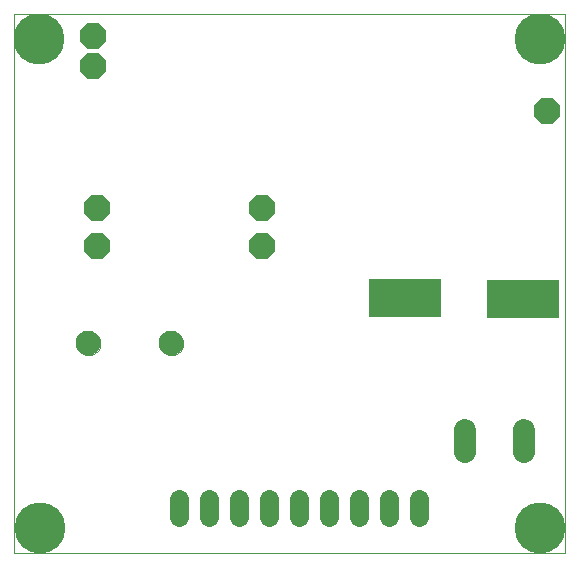
<source format=gbs>
G75*
G70*
%OFA0B0*%
%FSLAX24Y24*%
%IPPOS*%
%LPD*%
%AMOC8*
5,1,8,0,0,1.08239X$1,22.5*
%
%ADD10C,0.0000*%
%ADD11C,0.0827*%
%ADD12C,0.0745*%
%ADD13OC8,0.0890*%
%ADD14C,0.0640*%
%ADD15R,0.2402X0.1300*%
%ADD16C,0.1700*%
D10*
X000180Y000180D02*
X000180Y018176D01*
X018550Y018176D01*
X018550Y000180D01*
X000180Y000180D01*
X002264Y007180D02*
X002266Y007219D01*
X002272Y007258D01*
X002282Y007296D01*
X002295Y007333D01*
X002312Y007368D01*
X002332Y007402D01*
X002356Y007433D01*
X002383Y007462D01*
X002412Y007488D01*
X002444Y007511D01*
X002478Y007531D01*
X002514Y007547D01*
X002551Y007559D01*
X002590Y007568D01*
X002629Y007573D01*
X002668Y007574D01*
X002707Y007571D01*
X002746Y007564D01*
X002783Y007553D01*
X002820Y007539D01*
X002855Y007521D01*
X002888Y007500D01*
X002919Y007475D01*
X002947Y007448D01*
X002972Y007418D01*
X002994Y007385D01*
X003013Y007351D01*
X003028Y007315D01*
X003040Y007277D01*
X003048Y007239D01*
X003052Y007200D01*
X003052Y007160D01*
X003048Y007121D01*
X003040Y007083D01*
X003028Y007045D01*
X003013Y007009D01*
X002994Y006975D01*
X002972Y006942D01*
X002947Y006912D01*
X002919Y006885D01*
X002888Y006860D01*
X002855Y006839D01*
X002820Y006821D01*
X002783Y006807D01*
X002746Y006796D01*
X002707Y006789D01*
X002668Y006786D01*
X002629Y006787D01*
X002590Y006792D01*
X002551Y006801D01*
X002514Y006813D01*
X002478Y006829D01*
X002444Y006849D01*
X002412Y006872D01*
X002383Y006898D01*
X002356Y006927D01*
X002332Y006958D01*
X002312Y006992D01*
X002295Y007027D01*
X002282Y007064D01*
X002272Y007102D01*
X002266Y007141D01*
X002264Y007180D01*
X005020Y007180D02*
X005022Y007219D01*
X005028Y007258D01*
X005038Y007296D01*
X005051Y007333D01*
X005068Y007368D01*
X005088Y007402D01*
X005112Y007433D01*
X005139Y007462D01*
X005168Y007488D01*
X005200Y007511D01*
X005234Y007531D01*
X005270Y007547D01*
X005307Y007559D01*
X005346Y007568D01*
X005385Y007573D01*
X005424Y007574D01*
X005463Y007571D01*
X005502Y007564D01*
X005539Y007553D01*
X005576Y007539D01*
X005611Y007521D01*
X005644Y007500D01*
X005675Y007475D01*
X005703Y007448D01*
X005728Y007418D01*
X005750Y007385D01*
X005769Y007351D01*
X005784Y007315D01*
X005796Y007277D01*
X005804Y007239D01*
X005808Y007200D01*
X005808Y007160D01*
X005804Y007121D01*
X005796Y007083D01*
X005784Y007045D01*
X005769Y007009D01*
X005750Y006975D01*
X005728Y006942D01*
X005703Y006912D01*
X005675Y006885D01*
X005644Y006860D01*
X005611Y006839D01*
X005576Y006821D01*
X005539Y006807D01*
X005502Y006796D01*
X005463Y006789D01*
X005424Y006786D01*
X005385Y006787D01*
X005346Y006792D01*
X005307Y006801D01*
X005270Y006813D01*
X005234Y006829D01*
X005200Y006849D01*
X005168Y006872D01*
X005139Y006898D01*
X005112Y006927D01*
X005088Y006958D01*
X005068Y006992D01*
X005051Y007027D01*
X005038Y007064D01*
X005028Y007102D01*
X005022Y007141D01*
X005020Y007180D01*
D11*
X005414Y007180D03*
X002658Y007180D03*
D12*
X015196Y004283D02*
X015196Y003578D01*
X017164Y003578D02*
X017164Y004283D01*
D13*
X008430Y010430D03*
X008430Y011680D03*
X002930Y011680D03*
X002930Y010430D03*
X002805Y016430D03*
X002805Y017430D03*
X017930Y014930D03*
D14*
X013680Y001980D02*
X013680Y001380D01*
X012680Y001380D02*
X012680Y001980D01*
X011680Y001980D02*
X011680Y001380D01*
X010680Y001380D02*
X010680Y001980D01*
X009680Y001980D02*
X009680Y001380D01*
X008680Y001380D02*
X008680Y001980D01*
X007680Y001980D02*
X007680Y001380D01*
X006680Y001380D02*
X006680Y001980D01*
X005680Y001980D02*
X005680Y001380D01*
D15*
X013208Y008680D03*
X017145Y008676D03*
D16*
X017700Y001030D03*
X001030Y001030D03*
X001020Y017340D03*
X017710Y017340D03*
M02*

</source>
